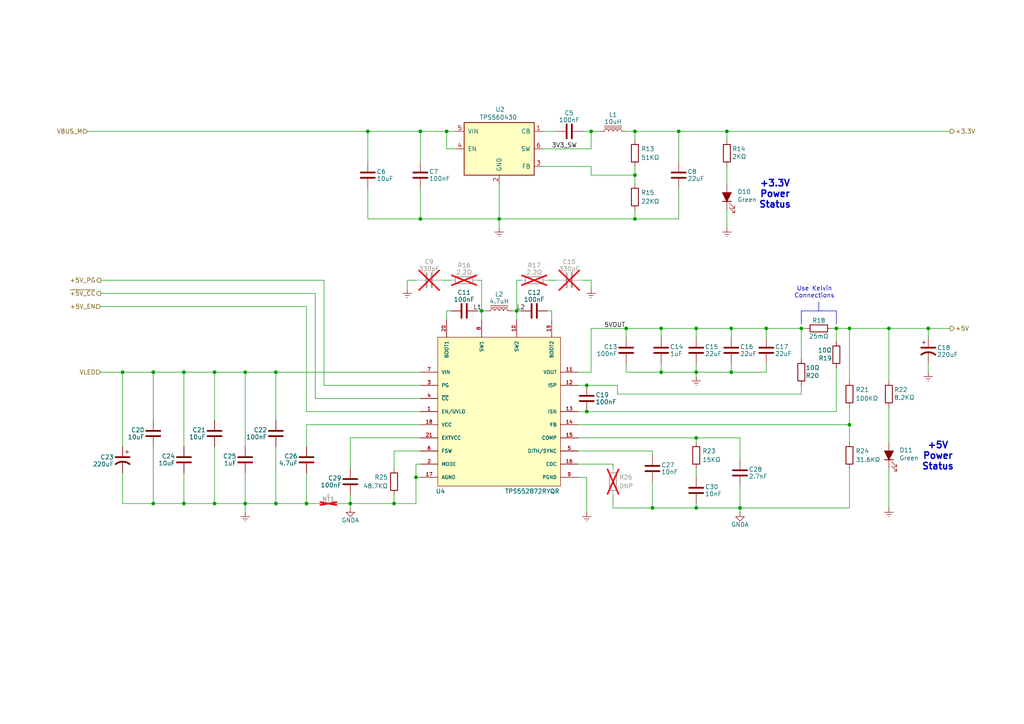
<source format=kicad_sch>
(kicad_sch (version 20250114) (generator "eeschema") (generator_version "9.0")
  (paper "A4")
  (title_block (title "ESPHome Parking Assistant") (date "02/20/2025") (rev "B") (company "Mike Lawrence"))
  (lib_symbols
    (symbol "Device:C" (pin_numbers (hide yes)) (pin_names (offset 0.254))
      (property "Reference" "C" (at 0.635 2.54 0))
      (property "Value" "C" (at 0.635 -2.54 0))
      (symbol "C_0_1"
        (polyline (pts (xy -2.032 0.762) (xy 2.032 0.762)) (stroke (width 0.508)))
        (polyline (pts (xy -2.032 -0.762) (xy 2.032 -0.762)) (stroke (width 0.508)))
      )
      (symbol "C_1_1"
        (pin passive line (at 0 3.81 270) (length 2.794) (name "~") (number "1"))
        (pin passive line (at 0 -3.81 90) (length 2.794) (name "~") (number "2"))
      )
    )
    (symbol "Device:C_Polarized_US" (pin_numbers (hide yes)) (pin_names (offset 0.254) (hide yes))
      (property "Reference" "C" (at 0.635 2.54 0))
      (property "Value" "C_Polarized_US" (at 0.635 -2.54 0))
      (symbol "C_Polarized_US_0_1"
        (polyline (pts (xy -2.032 0.762) (xy 2.032 0.762)) (stroke (width 0.508)))
        (polyline (pts (xy -1.778 2.286) (xy -0.762 2.286)))
        (polyline (pts (xy -1.27 1.778) (xy -1.27 2.794)))
        (arc (start -2.032 -1.27) (mid 0 -0.5572) (end 2.032 -1.27) (stroke (width 0.508)))
      )
      (symbol "C_Polarized_US_1_1"
        (pin passive line (at 0 3.81 270) (length 2.794) (name "~") (number "1"))
        (pin passive line (at 0 -3.81 90) (length 3.302) (name "~") (number "2"))
      )
    )
    (symbol "Device:LED_Filled" (pin_numbers (hide yes)) (pin_names (offset 1.016) (hide yes))
      (property "Reference" "D" (at 0 2.54 0))
      (property "Value" "LED_Filled" (at 0 -2.54 0))
      (symbol "LED_Filled_0_1"
        (polyline (pts (xy -3.048 -0.762) (xy -4.572 -2.286) (xy -3.81 -2.286) (xy -4.572 -2.286) (xy -4.572 -1.524)))
        (polyline (pts (xy -1.778 -0.762) (xy -3.302 -2.286) (xy -2.54 -2.286) (xy -3.302 -2.286) (xy -3.302 -1.524)))
        (polyline (pts (xy -1.27 0) (xy 1.27 0)))
        (polyline (pts (xy -1.27 -1.27) (xy -1.27 1.27)) (stroke (width 0.254)))
        (polyline (pts (xy 1.27 -1.27) (xy 1.27 1.27) (xy -1.27 0) (xy 1.27 -1.27)) (stroke (width 0.254)) (fill (type outline)))
      )
      (symbol "LED_Filled_1_1"
        (pin passive line (at -3.81 0 0) (length 2.54) (name "K") (number "1"))
        (pin passive line (at 3.81 0 180) (length 2.54) (name "A") (number "2"))
      )
    )
    (symbol "Device:L_Iron" (pin_numbers (hide yes)) (pin_names (offset 1.016) (hide yes))
      (property "Reference" "L" (at -1.27 0 90))
      (property "Value" "L_Iron" (at 2.794 0 90))
      (symbol "L_Iron_0_1"
        (arc (start 0 2.54) (mid 0.6323 1.905) (end 0 1.27))
        (arc (start 0 1.27) (mid 0.6323 0.635) (end 0 0))
        (arc (start 0 0) (mid 0.6323 -0.635) (end 0 -1.27))
        (arc (start 0 -1.27) (mid 0.6323 -1.905) (end 0 -2.54))
        (polyline (pts (xy 1.016 2.54) (xy 1.016 -2.54)))
        (polyline (pts (xy 1.524 -2.54) (xy 1.524 2.54)))
      )
      (symbol "L_Iron_1_1"
        (pin passive line (at 0 3.81 270) (length 1.27) (name "1") (number "1"))
        (pin passive line (at 0 -3.81 90) (length 1.27) (name "2") (number "2"))
      )
    )
    (symbol "Device:NetTie_2" (pin_numbers (hide yes)) (pin_names (offset 0) (hide yes)) (in_bom no)
      (property "Reference" "NT" (at 0 1.27 0))
      (property "Value" "NetTie_2" (at 0 -1.27 0))
      (symbol "NetTie_2_0_1"
        (polyline (pts (xy -1.27 0) (xy 1.27 0)) (stroke (width 0.254)))
      )
      (symbol "NetTie_2_1_1"
        (pin passive line (at -2.54 0 0) (length 2.54) (name "1") (number "1"))
        (pin passive line (at 2.54 0 180) (length 2.54) (name "2") (number "2"))
      )
    )
    (symbol "Device:R" (pin_numbers (hide yes)) (pin_names (offset 0))
      (property "Reference" "R" (at 2.032 0 90))
      (property "Value" "R" (at 0 0 90))
      (symbol "R_0_1"
        (rectangle (start -1.016 -2.54) (end 1.016 2.54) (stroke (width 0.254)))
      )
      (symbol "R_1_1"
        (pin passive line (at 0 3.81 270) (length 1.27) (name "~") (number "1"))
        (pin passive line (at 0 -3.81 90) (length 1.27) (name "~") (number "2"))
      )
    )
    (symbol "L_Iron_1" (pin_numbers (hide yes)) (pin_names (offset 1.016) (hide yes))
      (property "Reference" "L1" (at 4.826 0 90))
      (property "Value" "10uH" (at 2.794 0 90))
      (symbol "L_Iron_1_0_1"
        (arc (start 0 2.54) (mid 0.6323 1.905) (end 0 1.27))
        (arc (start 0 1.27) (mid 0.6323 0.635) (end 0 0))
        (arc (start 0 0) (mid 0.6323 -0.635) (end 0 -1.27))
        (arc (start 0 -1.27) (mid 0.6323 -1.905) (end 0 -2.54))
        (polyline (pts (xy 1.016 2.54) (xy 1.016 -2.54)))
        (polyline (pts (xy 1.524 -2.54) (xy 1.524 2.54)))
      )
      (symbol "L_Iron_1_1_1"
        (pin passive line (at 0 3.81 270) (length 1.27) (name "1") (number "1"))
        (pin passive line (at 0 -3.81 90) (length 1.27) (name "2") (number "2"))
      )
    )
    (symbol "TPS552872RYQR:TPS552872" (pin_names (offset 1.016))
      (property "Reference" "U" (at -17.018 -22.86 0))
      (property "Value" "TPS55165QPWPRQ1" (at 17.78 -22.86 0))
      (symbol "TPS552872_0_0"
        (rectangle (start -17.78 22.86) (end 17.78 -20.32) (stroke (width 0.1524)) (fill (type background)))
      )
      (symbol "TPS552872_1_0"
        (pin power_in line (at -22.86 12.7 0) (length 5.08) (name "VIN") (number "7"))
        (pin open_collector line (at -22.86 8.89 0) (length 5.08) (name "PG") (number "3"))
        (pin output line (at -22.86 5.08 0) (length 5.08) (name "~{CC}") (number "4"))
        (pin input line (at -22.86 1.27 0) (length 5.08) (name "EN/UVLO") (number "1"))
        (pin output line (at -22.86 -2.54 0) (length 5.08) (name "VCC") (number "18"))
        (pin power_in line (at -22.86 -6.35 0) (length 5.08) (name "EXTVCC") (number "21"))
        (pin input line (at -22.86 -10.16 0) (length 5.08) (name "FSW") (number "6"))
        (pin input line (at -22.86 -13.97 0) (length 5.08) (name "MODE") (number "2"))
        (pin power_in line (at -22.86 -17.78 0) (length 5.08) (name "AGND") (number "17"))
        (pin output line (at -15.24 27.94 270) (length 5.08) (name "BOOT1") (number "20"))
        (pin power_in line (at -5.08 27.94 270) (length 5.08) (name "SW1") (number "8"))
        (pin power_in line (at 5.08 27.94 270) (length 5.08) (name "SW2") (number "10"))
        (pin output line (at 15.24 27.94 270) (length 5.08) (name "BOOT2") (number "19"))
        (pin power_out line (at 22.86 12.7 180) (length 5.08) (name "VOUT") (number "11"))
        (pin input line (at 22.86 8.89 180) (length 5.08) (name "ISP") (number "12"))
        (pin input line (at 22.86 1.27 180) (length 5.08) (name "ISN") (number "13"))
        (pin input line (at 22.86 -2.54 180) (length 5.08) (name "FB") (number "14"))
        (pin output line (at 22.86 -6.35 180) (length 5.08) (name "COMP") (number "15"))
        (pin input line (at 22.86 -10.16 180) (length 5.08) (name "DITH/SYNC") (number "5"))
        (pin output line (at 22.86 -13.97 180) (length 5.08) (name "CDC") (number "16"))
        (pin power_in line (at 22.86 -17.78 180) (length 5.08) (name "PGND") (number "9"))
      )
    )
    (symbol "TPS560430:TPS560430" (pin_names (offset 1.016))
      (property "Reference" "U" (at -10.16 11.43 0))
      (property "Value" "TPS560430" (at -10.16 8.89 0))
      (symbol "TPS560430_0_1"
        (rectangle (start -10.16 7.62) (end 10.16 -7.62) (stroke (width 0.254)) (fill (type background)))
      )
      (symbol "TPS560430_1_1"
        (pin power_in line (at -12.7 5.08 0) (length 2.54) (name "VIN") (number "5"))
        (pin input line (at -12.7 0 0) (length 2.54) (name "EN") (number "4"))
        (pin power_in line (at 0 -10.16 90) (length 2.54) (name "GND") (number "2"))
        (pin input line (at 12.7 5.08 180) (length 2.54) (name "CB") (number "1"))
        (pin output line (at 12.7 0 180) (length 2.54) (name "SW") (number "6"))
        (pin input line (at 12.7 -5.08 180) (length 2.54) (name "FB") (number "3"))
      )
    )
    (symbol "power-ML:GND" (power) (pin_names (offset 0))
      (symbol "GND_0_1"
        (polyline (pts (xy -0.635 -1.905) (xy 0.635 -1.905)))
        (polyline (pts (xy -0.127 -2.54) (xy 0.127 -2.54)))
        (polyline (pts (xy 0 -1.27) (xy 0 0)))
        (polyline (pts (xy 1.27 -1.27) (xy -1.27 -1.27)))
      )
      (symbol "GND_1_1"
        (pin power_in line (at 0 0 270) (length 0) (hide yes) (name "GND") (number "1"))
      )
    )
    (symbol "power:GNDA" (power) (pin_numbers (hide yes)) (pin_names (offset 0) (hide yes))
      (property "Value" "GNDA" (at 0 -3.81 0))
      (symbol "GNDA_0_1"
        (polyline (pts (xy 0 0) (xy 0 -1.27) (xy 1.27 -1.27) (xy 0 -2.54) (xy -1.27 -1.27) (xy 0 -1.27)))
      )
      (symbol "GNDA_1_1"
        (pin power_in line (at 0 0 270) (length 0) (name "~") (number "1"))
      )
    )
  )
  (text "+5V\nPower\nStatus" (at 272.034 132.334 0) (effects (font (size 1.905 1.905) (thickness 0.381) (bold yes))))
  (text "+3.3V\nPower\nStatus" (at 224.79 56.388 0) (effects (font (size 1.905 1.905) (thickness 0.381) (bold yes))))
  (text "Use Kelvin\nConnections" (at 236.22 84.836 0) (effects (font (size 1.27 1.27))))
  (junction (at 242.57 95.25))
  (junction (at 181.61 95.25))
  (junction (at 189.23 147.32))
  (junction (at 71.12 146.05))
  (junction (at 196.85 38.1))
  (junction (at 44.45 107.95))
  (junction (at 184.15 38.1))
  (junction (at 214.63 147.32))
  (junction (at 212.09 95.25))
  (junction (at 80.01 107.95))
  (junction (at 201.93 95.25))
  (junction (at 184.15 50.8))
  (junction (at 129.54 38.1))
  (junction (at 246.38 123.19))
  (junction (at 170.18 119.38))
  (junction (at 149.86 90.17))
  (junction (at 106.68 38.1))
  (junction (at 71.12 107.95))
  (junction (at 53.34 146.05))
  (junction (at 62.23 107.95))
  (junction (at 201.93 107.95))
  (junction (at 210.82 38.1))
  (junction (at 201.93 147.32))
  (junction (at 88.9 146.05))
  (junction (at 212.09 107.95))
  (junction (at 171.45 38.1))
  (junction (at 269.24 95.25))
  (junction (at 35.56 107.95))
  (junction (at 201.93 127))
  (junction (at 120.65 138.43))
  (junction (at 191.77 95.25))
  (junction (at 101.6 146.05))
  (junction (at 121.92 63.5))
  (junction (at 80.01 146.05))
  (junction (at 53.34 107.95))
  (junction (at 114.3 146.05))
  (junction (at 144.78 63.5))
  (junction (at 222.25 95.25))
  (junction (at 246.38 95.25))
  (junction (at 257.81 95.25))
  (junction (at 170.18 111.76))
  (junction (at 62.23 146.05))
  (junction (at 44.45 146.05))
  (junction (at 121.92 38.1))
  (junction (at 184.15 63.5))
  (junction (at 139.7 90.17))
  (junction (at 232.41 95.25))
  (junction (at 191.77 107.95))
  (wire (pts (xy 121.92 46.99) (xy 121.92 38.1)))
  (wire (pts (xy 121.92 63.5) (xy 144.78 63.5)))
  (wire (pts (xy 242.57 106.68) (xy 242.57 119.38)))
  (wire (pts (xy 139.7 90.17) (xy 140.97 90.17)))
  (wire (pts (xy 120.65 81.28) (xy 118.11 81.28)))
  (wire (pts (xy 201.93 127) (xy 201.93 128.27)))
  (wire (pts (xy 120.65 146.05) (xy 120.65 138.43)))
  (wire (pts (xy 242.57 119.38) (xy 170.18 119.38)))
  (wire (pts (xy 35.56 107.95) (xy 35.56 129.54)))
  (wire (pts (xy 181.61 107.95) (xy 191.77 107.95)))
  (wire (pts (xy 129.54 38.1) (xy 129.54 43.18)))
  (wire (pts (xy 44.45 129.54) (xy 44.45 146.05)))
  (wire (pts (xy 184.15 38.1) (xy 184.15 40.64)))
  (wire (pts (xy 181.61 38.1) (xy 184.15 38.1)))
  (wire (pts (xy 128.27 81.28) (xy 130.81 81.28)))
  (wire (pts (xy 53.34 146.05) (xy 62.23 146.05)))
  (wire (pts (xy 201.93 147.32) (xy 201.93 146.05)))
  (wire (pts (xy 181.61 95.25) (xy 191.77 95.25)))
  (wire (pts (xy 80.01 107.95) (xy 121.92 107.95)))
  (wire (pts (xy 171.45 107.95) (xy 167.64 107.95)))
  (wire (pts (xy 93.98 81.28) (xy 93.98 111.76)))
  (wire (pts (xy 121.92 38.1) (xy 129.54 38.1)))
  (wire (pts (xy 138.43 90.17) (xy 139.7 90.17)))
  (wire (pts (xy 222.25 95.25) (xy 232.41 95.25)))
  (wire (pts (xy 158.75 81.28) (xy 161.29 81.28)))
  (wire (pts (xy 62.23 146.05) (xy 71.12 146.05)))
  (wire (pts (xy 257.81 95.25) (xy 257.81 110.49)))
  (wire (pts (xy 149.86 90.17) (xy 149.86 92.71)))
  (wire (pts (xy 139.7 90.17) (xy 139.7 92.71)))
  (wire (pts (xy 151.13 81.28) (xy 149.86 81.28)))
  (wire (pts (xy 53.34 107.95) (xy 53.34 129.54)))
  (wire (pts (xy 246.38 123.19) (xy 246.38 128.27)))
  (wire (pts (xy 196.85 38.1) (xy 196.85 46.99)))
  (wire (pts (xy 257.81 135.89) (xy 257.81 147.32)))
  (wire (pts (xy 44.45 107.95) (xy 53.34 107.95)))
  (wire (pts (xy 101.6 146.05) (xy 114.3 146.05)))
  (wire (pts (xy 170.18 111.76) (xy 179.07 111.76)))
  (wire (pts (xy 29.21 88.9) (xy 88.9 88.9)))
  (wire (pts (xy 233.68 95.25) (xy 232.41 95.25)))
  (wire (pts (xy 62.23 107.95) (xy 62.23 121.92)))
  (wire (pts (xy 29.21 107.95) (xy 35.56 107.95)))
  (wire (pts (xy 201.93 107.95) (xy 201.93 105.41)))
  (polyline (pts (xy 237.49 87.63) (xy 237.49 90.17)))
  (wire (pts (xy 184.15 63.5) (xy 196.85 63.5)))
  (wire (pts (xy 53.34 137.16) (xy 53.34 146.05)))
  (wire (pts (xy 157.48 43.18) (xy 171.45 43.18)))
  (wire (pts (xy 93.98 111.76) (xy 121.92 111.76)))
  (wire (pts (xy 149.86 90.17) (xy 151.13 90.17)))
  (wire (pts (xy 269.24 95.25) (xy 269.24 97.79)))
  (wire (pts (xy 246.38 147.32) (xy 214.63 147.32)))
  (wire (pts (xy 149.86 81.28) (xy 149.86 90.17)))
  (wire (pts (xy 114.3 143.51) (xy 114.3 146.05)))
  (wire (pts (xy 158.75 90.17) (xy 160.02 90.17)))
  (wire (pts (xy 189.23 147.32) (xy 201.93 147.32)))
  (wire (pts (xy 29.21 81.28) (xy 93.98 81.28)))
  (wire (pts (xy 246.38 135.89) (xy 246.38 147.32)))
  (wire (pts (xy 171.45 50.8) (xy 184.15 50.8)))
  (wire (pts (xy 62.23 107.95) (xy 71.12 107.95)))
  (wire (pts (xy 201.93 95.25) (xy 212.09 95.25)))
  (wire (pts (xy 114.3 146.05) (xy 120.65 146.05)))
  (polyline (pts (xy 237.49 90.17) (xy 232.41 90.17)))
  (wire (pts (xy 129.54 90.17) (xy 129.54 92.71)))
  (wire (pts (xy 214.63 127) (xy 214.63 133.35)))
  (wire (pts (xy 120.65 134.62) (xy 120.65 138.43)))
  (wire (pts (xy 71.12 107.95) (xy 80.01 107.95)))
  (wire (pts (xy 114.3 130.81) (xy 114.3 135.89)))
  (wire (pts (xy 246.38 95.25) (xy 257.81 95.25)))
  (wire (pts (xy 246.38 118.11) (xy 246.38 123.19)))
  (wire (pts (xy 35.56 107.95) (xy 44.45 107.95)))
  (wire (pts (xy 222.25 97.79) (xy 222.25 95.25)))
  (wire (pts (xy 269.24 95.25) (xy 275.59 95.25)))
  (wire (pts (xy 167.64 127) (xy 201.93 127)))
  (wire (pts (xy 167.64 123.19) (xy 246.38 123.19)))
  (wire (pts (xy 97.79 146.05) (xy 101.6 146.05)))
  (wire (pts (xy 179.07 114.3) (xy 232.41 114.3)))
  (wire (pts (xy 201.93 107.95) (xy 201.93 109.22)))
  (wire (pts (xy 210.82 60.96) (xy 210.82 66.04)))
  (wire (pts (xy 210.82 38.1) (xy 210.82 40.64)))
  (wire (pts (xy 101.6 127) (xy 101.6 135.89)))
  (wire (pts (xy 88.9 129.54) (xy 88.9 123.19)))
  (wire (pts (xy 171.45 95.25) (xy 171.45 107.95)))
  (wire (pts (xy 101.6 143.51) (xy 101.6 146.05)))
  (wire (pts (xy 171.45 38.1) (xy 173.99 38.1)))
  (wire (pts (xy 171.45 81.28) (xy 171.45 83.82)))
  (wire (pts (xy 257.81 95.25) (xy 269.24 95.25)))
  (wire (pts (xy 196.85 38.1) (xy 184.15 38.1)))
  (wire (pts (xy 201.93 135.89) (xy 201.93 138.43)))
  (polyline (pts (xy 232.41 90.17) (xy 232.41 93.98)))
  (wire (pts (xy 121.92 134.62) (xy 120.65 134.62)))
  (wire (pts (xy 196.85 38.1) (xy 210.82 38.1)))
  (wire (pts (xy 129.54 43.18) (xy 132.08 43.18)))
  (wire (pts (xy 167.64 119.38) (xy 170.18 119.38)))
  (wire (pts (xy 177.8 147.32) (xy 189.23 147.32)))
  (wire (pts (xy 246.38 95.25) (xy 242.57 95.25)))
  (wire (pts (xy 214.63 140.97) (xy 214.63 147.32)))
  (wire (pts (xy 201.93 95.25) (xy 201.93 97.79)))
  (wire (pts (xy 106.68 38.1) (xy 121.92 38.1)))
  (wire (pts (xy 214.63 147.32) (xy 201.93 147.32)))
  (wire (pts (xy 144.78 66.04) (xy 144.78 63.5)))
  (wire (pts (xy 232.41 111.76) (xy 232.41 114.3)))
  (wire (pts (xy 91.44 115.57) (xy 121.92 115.57)))
  (wire (pts (xy 177.8 143.51) (xy 177.8 147.32)))
  (wire (pts (xy 157.48 38.1) (xy 161.29 38.1)))
  (wire (pts (xy 138.43 81.28) (xy 139.7 81.28)))
  (wire (pts (xy 201.93 127) (xy 214.63 127)))
  (wire (pts (xy 181.61 105.41) (xy 181.61 107.95)))
  (wire (pts (xy 71.12 137.16) (xy 71.12 146.05)))
  (wire (pts (xy 184.15 48.26) (xy 184.15 50.8)))
  (wire (pts (xy 148.59 90.17) (xy 149.86 90.17)))
  (wire (pts (xy 130.81 90.17) (xy 129.54 90.17)))
  (wire (pts (xy 191.77 97.79) (xy 191.77 95.25)))
  (wire (pts (xy 144.78 53.34) (xy 144.78 63.5)))
  (wire (pts (xy 191.77 107.95) (xy 201.93 107.95)))
  (wire (pts (xy 210.82 38.1) (xy 275.59 38.1)))
  (wire (pts (xy 62.23 129.54) (xy 62.23 146.05)))
  (wire (pts (xy 191.77 95.25) (xy 201.93 95.25)))
  (wire (pts (xy 101.6 146.05) (xy 101.6 147.32)))
  (wire (pts (xy 168.91 81.28) (xy 171.45 81.28)))
  (wire (pts (xy 222.25 105.41) (xy 222.25 107.95)))
  (polyline (pts (xy 237.49 90.17) (xy 242.57 90.17)))
  (wire (pts (xy 101.6 127) (xy 121.92 127)))
  (wire (pts (xy 167.64 111.76) (xy 170.18 111.76)))
  (wire (pts (xy 71.12 107.95) (xy 71.12 129.54)))
  (wire (pts (xy 44.45 146.05) (xy 35.56 146.05)))
  (wire (pts (xy 167.64 130.81) (xy 189.23 130.81)))
  (wire (pts (xy 212.09 107.95) (xy 222.25 107.95)))
  (wire (pts (xy 189.23 130.81) (xy 189.23 132.08)))
  (wire (pts (xy 44.45 107.95) (xy 44.45 121.92)))
  (wire (pts (xy 212.09 97.79) (xy 212.09 95.25)))
  (wire (pts (xy 25.4 38.1) (xy 106.68 38.1)))
  (wire (pts (xy 269.24 105.41) (xy 269.24 107.95)))
  (wire (pts (xy 214.63 147.32) (xy 214.63 148.59)))
  (wire (pts (xy 35.56 137.16) (xy 35.56 146.05)))
  (wire (pts (xy 71.12 146.05) (xy 71.12 148.59)))
  (wire (pts (xy 179.07 111.76) (xy 179.07 114.3)))
  (wire (pts (xy 114.3 130.81) (xy 121.92 130.81)))
  (wire (pts (xy 170.18 138.43) (xy 170.18 148.59)))
  (wire (pts (xy 139.7 81.28) (xy 139.7 90.17)))
  (wire (pts (xy 106.68 63.5) (xy 121.92 63.5)))
  (wire (pts (xy 246.38 110.49) (xy 246.38 95.25)))
  (wire (pts (xy 132.08 38.1) (xy 129.54 38.1)))
  (wire (pts (xy 191.77 105.41) (xy 191.77 107.95)))
  (wire (pts (xy 167.64 138.43) (xy 170.18 138.43)))
  (wire (pts (xy 88.9 146.05) (xy 88.9 137.16)))
  (wire (pts (xy 53.34 107.95) (xy 62.23 107.95)))
  (wire (pts (xy 29.21 85.09) (xy 91.44 85.09)))
  (wire (pts (xy 88.9 119.38) (xy 121.92 119.38)))
  (wire (pts (xy 106.68 46.99) (xy 106.68 38.1)))
  (wire (pts (xy 212.09 95.25) (xy 222.25 95.25)))
  (wire (pts (xy 184.15 53.34) (xy 184.15 50.8)))
  (wire (pts (xy 80.01 146.05) (xy 71.12 146.05)))
  (wire (pts (xy 88.9 123.19) (xy 121.92 123.19)))
  (wire (pts (xy 157.48 48.26) (xy 171.45 48.26)))
  (wire (pts (xy 171.45 43.18) (xy 171.45 38.1)))
  (wire (pts (xy 144.78 63.5) (xy 184.15 63.5)))
  (wire (pts (xy 91.44 85.09) (xy 91.44 115.57)))
  (wire (pts (xy 88.9 88.9) (xy 88.9 119.38)))
  (wire (pts (xy 80.01 146.05) (xy 88.9 146.05)))
  (wire (pts (xy 171.45 95.25) (xy 181.61 95.25)))
  (wire (pts (xy 160.02 90.17) (xy 160.02 92.71)))
  (wire (pts (xy 210.82 48.26) (xy 210.82 53.34)))
  (wire (pts (xy 242.57 95.25) (xy 241.3 95.25)))
  (wire (pts (xy 80.01 129.54) (xy 80.01 146.05)))
  (wire (pts (xy 53.34 146.05) (xy 44.45 146.05)))
  (wire (pts (xy 88.9 146.05) (xy 92.71 146.05)))
  (wire (pts (xy 242.57 95.25) (xy 242.57 99.06)))
  (wire (pts (xy 121.92 54.61) (xy 121.92 63.5)))
  (wire (pts (xy 80.01 107.95) (xy 80.01 121.92)))
  (wire (pts (xy 118.11 81.28) (xy 118.11 83.82)))
  (wire (pts (xy 201.93 107.95) (xy 212.09 107.95)))
  (wire (pts (xy 212.09 105.41) (xy 212.09 107.95)))
  (wire (pts (xy 257.81 118.11) (xy 257.81 128.27)))
  (wire (pts (xy 177.8 134.62) (xy 177.8 135.89)))
  (wire (pts (xy 167.64 134.62) (xy 177.8 134.62)))
  (wire (pts (xy 181.61 95.25) (xy 181.61 97.79)))
  (wire (pts (xy 106.68 54.61) (xy 106.68 63.5)))
  (wire (pts (xy 232.41 95.25) (xy 232.41 104.14)))
  (wire (pts (xy 189.23 139.7) (xy 189.23 147.32)))
  (wire (pts (xy 196.85 54.61) (xy 196.85 63.5)))
  (wire (pts (xy 171.45 48.26) (xy 171.45 50.8)))
  (wire (pts (xy 184.15 60.96) (xy 184.15 63.5)))
  (wire (pts (xy 120.65 138.43) (xy 121.92 138.43)))
  (wire (pts (xy 171.45 38.1) (xy 168.91 38.1)))
  (polyline (pts (xy 242.57 90.17) (xy 242.57 93.98)))
  (label "5VOUT" (at 175.26 95.25 0))
  (label "L2" (at 149.86 90.17 0))
  (label "L1" (at 139.7 90.17 180))
  (label "3V3_SW" (at 160.02 43.18 0))
  (hierarchical_label "+5V_PG" (shape output) (at 29.21 81.28 180))
  (hierarchical_label "VLED" (shape input) (at 29.21 107.95 180))
  (hierarchical_label "+5V" (shape output) (at 275.59 95.25 0))
  (hierarchical_label "+5V_EN" (shape input) (at 29.21 88.9 180))
  (hierarchical_label "VBUS_M" (shape input) (at 25.4 38.1 180))
  (hierarchical_label "+3.3V" (shape output) (at 275.59 38.1 0))
  (hierarchical_label "~{+5V_CC}" (shape output) (at 29.21 85.09 180))
  (symbol (lib_id "Device:C") (at 154.94 90.17 90) (unit 1)
    (property "Reference" "C12" (at 154.94 84.836 90))
    (property "Value" "100nF" (at 154.94 86.868 90))
    (property "Footprint" "Capacitor_SMD:C_0402_1005Metric" (effects (hide yes)))
    (property "Description" "Capacitor, 100nF, MLCC, 50V, X7R, 0402" (effects (hide yes)))
    (property "Manufacturer" "Samsung" (effects (hide yes)))
    (property "Part Number" "CL05B104KB54PNC" (effects (hide yes)))
    (property "Package" "0402" (effects (hide yes)))
    (property "Comment" "50V 100nF X7R 10% 0402 MLCC" (effects (hide yes)))
    (property "LCSC" "C307331" (effects (hide yes)))
  )
  (symbol (lib_id "Device:C") (at 101.6 139.7 180) (unit 1)
    (property "Reference" "C29" (at 99.06 138.684 0) (effects (justify left)))
    (property "Value" "100nF" (at 99.06 140.716 0) (effects (justify left)))
    (property "Footprint" "Capacitor_SMD:C_0402_1005Metric" (effects (hide yes)))
    (property "Description" "Capacitor, 100nF, MLCC, 50V, X7R, 0402" (effects (hide yes)))
    (property "Manufacturer" "Samsung" (effects (hide yes)))
    (property "Part Number" "CL05B104KB54PNC" (effects (hide yes)))
    (property "Package" "0402" (effects (hide yes)))
    (property "Comment" "50V 100nF X7R 10% 0402 MLCC" (effects (hide yes)))
    (property "LCSC" "C307331" (effects (hide yes)))
  )
  (symbol (lib_id "Device:R") (at 257.81 114.3 0) (mirror x) (unit 1)
    (property "Reference" "R22" (at 259.334 113.03 0) (effects (justify left)))
    (property "Value" "8.2KΩ" (at 259.334 115.316 0) (effects (justify left)))
    (property "Footprint" "Resistor_SMD:R_0402_1005Metric" (effects (hide yes)))
    (property "Description" "Resistor, 8.2KΩ, 62.5mW, 1%, 0402" (effects (hide yes)))
    (property "Package" "0402" (effects (hide yes)))
    (property "Comment" "8.2K Resistor" (effects (hide yes)))
    (property "LCSC" "C36953" (effects (hide yes)))
  )
  (symbol (lib_id "Device:R") (at 246.38 132.08 0) (mirror x) (unit 1)
    (property "Reference" "R24" (at 248.158 130.81 0) (effects (justify left)))
    (property "Value" "31.6KΩ" (at 248.158 133.35 0) (effects (justify left)))
    (property "Footprint" "Resistor_SMD:R_0402_1005Metric" (effects (hide yes)))
    (property "Description" "Resistor, 31.6KΩ, 62.5mW, 1%, 0402" (effects (hide yes)))
    (property "Package" "0402" (effects (hide yes)))
    (property "Comment" "31.6K Resistor" (effects (hide yes)))
    (property "LCSC" "C226989" (effects (hide yes)))
  )
  (symbol (lib_id "Device:R") (at 134.62 81.28 270) (mirror x) (unit 1) (dnp yes)
    (property "Reference" "R16" (at 134.62 76.962 90))
    (property "Value" "2.2Ω" (at 134.62 78.994 90))
    (property "Footprint" "Resistor_SMD:R_1206_3216Metric" (effects (hide yes)))
    (property "Description" "Resistor, 2.2Ω, 250mW, 5%, 1206" (effects (hide yes)))
    (property "Package" "1206" (effects (hide yes)))
    (property "Comment" "2R2 Resistor" (effects (hide yes)))
    (property "LCSC" "C104742" (effects (hide yes)))
  )
  (symbol (lib_id "Device:C") (at 201.93 142.24 0) (mirror x) (unit 1)
    (property "Reference" "C30" (at 204.47 141.224 0) (effects (justify left)))
    (property "Value" "10nF" (at 204.47 143.256 0) (effects (justify left)))
    (property "Footprint" "Capacitor_SMD:C_0402_1005Metric" (effects (hide yes)))
    (property "Description" "Capacitor, 10nF, MLCC, 50V, X7R, 10%, 0402" (effects (hide yes)))
    (property "Manufacturer" "Samsung" (effects (hide yes)))
    (property "Part Number" "CL05B103KB5NNNC" (effects (hide yes)))
    (property "Package" "0402" (effects (hide yes)))
    (property "Comment" "50V 10nF X7R 10% 0402 MLCC" (effects (hide yes)))
    (property "LCSC" "C15195" (effects (hide yes)))
  )
  (symbol (lib_id "Device:C") (at 106.68 50.8 0) (unit 1)
    (property "Reference" "C6" (at 109.22 49.784 0) (effects (justify left)))
    (property "Value" "10uF" (at 109.22 51.816 0) (effects (justify left)))
    (property "Footprint" "Capacitor_SMD:C_1206_3216Metric" (effects (hide yes)))
    (property "Description" "Capacitor, 10uF, MLCC, 50V, X5R, 10%, 1206" (effects (hide yes)))
    (property "Manufacturer" "Samsung" (effects (hide yes)))
    (property "Part Number" "CL31A106KBHNNNE" (effects (hide yes)))
    (property "Package" "1206" (effects (hide yes)))
    (property "Comment" "50V 10uF X5R 10% 1206 MLCC" (effects (hide yes)))
    (property "ESR" "4.8mΩ" (effects (hide yes)))
    (property "LCSC" "C13585" (effects (hide yes)))
  )
  (symbol (lib_id "power-ML:GND") (at 144.78 66.04 0) (unit 1)
    (property "Reference" "#PWR023" (effects (hide yes)))
    (property "Value" "GND" (effects (hide yes)))
  )
  (symbol (lib_id "power-ML:GND") (at 71.12 148.59 0) (unit 1)
    (property "Reference" "#PWR031" (effects (hide yes)))
    (property "Value" "GND" (effects (hide yes)))
  )
  (symbol (lib_id "Device:C") (at 181.61 101.6 180) (unit 1)
    (property "Reference" "C13" (at 179.07 100.584 0) (effects (justify left)))
    (property "Value" "100nF" (at 179.07 102.616 0) (effects (justify left)))
    (property "Footprint" "Capacitor_SMD:C_0402_1005Metric" (effects (hide yes)))
    (property "Description" "Capacitor, 100nF, MLCC, 50V, X7R, 0402" (effects (hide yes)))
    (property "Manufacturer" "Samsung" (effects (hide yes)))
    (property "Part Number" "CL05B104KB54PNC" (effects (hide yes)))
    (property "Package" "0402" (effects (hide yes)))
    (property "Comment" "50V 100nF X7R 10% 0402 MLCC" (effects (hide yes)))
    (property "LCSC" "C307331" (effects (hide yes)))
  )
  (symbol (lib_id "power-ML:GND") (at 171.45 83.82 0) (unit 1)
    (property "Reference" "#PWR026" (effects (hide yes)))
    (property "Value" "GND" (effects (hide yes)))
  )
  (symbol (lib_name "L_Iron_1") (lib_id "Device:L_Iron") (at 177.8 38.1 90) (unit 1)
    (property "Reference" "L1" (at 177.8 33.274 90))
    (property "Value" "10uH" (at 177.8 35.306 90))
    (property "Footprint" "VLCF4028T-100M1R0-2:IND_VLCF4028T-100M1R0-2" (effects (hide yes)))
    (property "Datasheet" "https://product.tdk.com/en/search/inductor/inductor/smd/info?part_no=VLCF4028T-100M1R0-2" (effects (hide yes)))
    (property "Description" "Inductor, 10uH, 1.06A, 20%, 4x4mm" (effects (hide yes)))
    (property "Part Number" "VLCF4028T-100M1R0-2" (effects (hide yes)))
    (property "Manufacturer" "TDK" (effects (hide yes)))
    (property "Package" "SMD,4x4mm" (effects (hide yes)))
    (property "Comment" "VLCF4028T-100M1R0-2" (effects (hide yes)))
    (property "LCSC" "C694593" (effects (hide yes)))
  )
  (symbol (lib_id "power-ML:GND") (at 269.24 107.95 0) (unit 1)
    (property "Reference" "#PWR027" (effects (hide yes)))
    (property "Value" "GND" (effects (hide yes)))
  )
  (symbol (lib_id "Device:R") (at 246.38 114.3 0) (unit 1)
    (property "Reference" "R21" (at 248.158 113.03 0) (effects (justify left)))
    (property "Value" "100KΩ" (at 248.158 115.57 0) (effects (justify left)))
    (property "Footprint" "Resistor_SMD:R_0402_1005Metric" (effects (hide yes)))
    (property "Description" "Resistor, 100KΩ, 62.5mW, 1%, 0402" (effects (hide yes)))
    (property "Package" "0402" (effects (hide yes)))
    (property "Comment" "100K Resistor" (effects (hide yes)))
    (property "LCSC" "C25741" (effects (hide yes)))
  )
  (symbol (lib_id "Device:R") (at 232.41 107.95 0) (mirror x) (unit 1)
    (property "Reference" "R20" (at 233.68 108.966 0) (effects (justify left)))
    (property "Value" "10Ω" (at 233.68 106.68 0) (effects (justify left)))
    (property "Footprint" "Resistor_SMD:R_0402_1005Metric" (effects (hide yes)))
    (property "Description" "Resistor, 10Ω, 62.5mW, 1%, 0402" (effects (hide yes)))
    (property "Package" "0402" (effects (hide yes)))
    (property "Comment" "10R Resistor" (effects (hide yes)))
    (property "LCSC" "C25077" (effects (hide yes)))
  )
  (symbol (lib_id "Device:C") (at 44.45 125.73 0) (mirror y) (unit 1)
    (property "Reference" "C20" (at 41.91 124.714 0) (effects (justify left)))
    (property "Value" "10uF" (at 41.91 126.746 0) (effects (justify left)))
    (property "Footprint" "Capacitor_SMD:C_1206_3216Metric" (effects (hide yes)))
    (property "Description" "Capacitor, 10uF, MLCC, 50V, X5R, 10%, 1206" (effects (hide yes)))
    (property "Manufacturer" "Samsung" (effects (hide yes)))
    (property "Part Number" "CL31A106KBHNNNE" (effects (hide yes)))
    (property "Package" "1206" (effects (hide yes)))
    (property "Comment" "50V 10uF X5R 10% 1206 MLCC" (effects (hide yes)))
    (property "ESR" "4.8mΩ" (effects (hide yes)))
    (property "LCSC" "C13585" (effects (hide yes)))
  )
  (symbol (lib_id "Device:C") (at 134.62 90.17 90) (unit 1)
    (property "Reference" "C11" (at 134.62 84.836 90))
    (property "Value" "100nF" (at 134.62 86.868 90))
    (property "Footprint" "Capacitor_SMD:C_0402_1005Metric" (effects (hide yes)))
    (property "Description" "Capacitor, 100nF, MLCC, 50V, X7R, 0402" (effects (hide yes)))
    (property "Manufacturer" "Samsung" (effects (hide yes)))
    (property "Part Number" "CL05B104KB54PNC" (effects (hide yes)))
    (property "Package" "0402" (effects (hide yes)))
    (property "Comment" "50V 100nF X7R 10% 0402 MLCC" (effects (hide yes)))
    (property "LCSC" "C307331" (effects (hide yes)))
  )
  (symbol (lib_id "Device:C") (at 222.25 101.6 0) (mirror x) (unit 1)
    (property "Reference" "C17" (at 224.79 100.584 0) (effects (justify left)))
    (property "Value" "22uF" (at 224.79 102.616 0) (effects (justify left)))
    (property "Footprint" "Capacitor_SMD:C_0805_2012Metric" (effects (hide yes)))
    (property "Description" "Capacitor, 22uF, MLCC, 10V, X5R, 20%, 0805" (effects (hide yes)))
    (property "Package" "0805" (effects (hide yes)))
    (property "Comment" "10V 22uF X5R 20% 0805 MLCC" (effects (hide yes)))
    (property "Manufacturer" "Taio Yuden" (effects (hide yes)))
    (property "Part Number" "LMK212BJ226MG-T" (effects (hide yes)))
    (property "ESR" "5.6mΩ" (effects (hide yes)))
    (property "LCSC" "C92814" (effects (hide yes)))
  )
  (symbol (lib_id "Device:R") (at 210.82 44.45 0) (mirror x) (unit 1)
    (property "Reference" "R14" (at 212.344 43.18 0) (effects (justify left)))
    (property "Value" "2KΩ" (at 212.344 45.466 0) (effects (justify left)))
    (property "Footprint" "Resistor_SMD:R_0402_1005Metric" (effects (hide yes)))
    (property "Description" "Resistor, 2KΩ, 62.5mW, 1%, 0402" (effects (hide yes)))
    (property "Package" "0402" (effects (hide yes)))
    (property "Comment" "2K Resistor" (effects (hide yes)))
    (property "LCSC" "C4109" (effects (hide yes)))
  )
  (symbol (lib_id "Device:C") (at 165.1 81.28 90) (unit 1) (dnp yes)
    (property "Reference" "C10" (at 165.1 75.946 90))
    (property "Value" "330pF" (at 165.1 77.978 90))
    (property "Footprint" "Capacitor_SMD:C_1206_3216Metric" (effects (hide yes)))
    (property "Description" "Capacitor, 330pF, MLCC, 50V, X7R, 1206" (effects (hide yes)))
    (property "Manufacturer" "Samsung" (effects (hide yes)))
    (property "Part Number" "CC1206JRNPO9BN331" (effects (hide yes)))
    (property "Package" "1206" (effects (hide yes)))
    (property "Comment" "50V 330pF NP0 2% 1206 MLCC" (effects (hide yes)))
    (property "LCSC" "C541477" (effects (hide yes)))
  )
  (symbol (lib_id "Device:C") (at 80.01 125.73 180) (unit 1)
    (property "Reference" "C22" (at 77.47 124.714 0) (effects (justify left)))
    (property "Value" "100nF" (at 77.47 126.746 0) (effects (justify left)))
    (property "Footprint" "Capacitor_SMD:C_0402_1005Metric" (effects (hide yes)))
    (property "Description" "Capacitor, 100nF, MLCC, 50V, X7R, 0402" (effects (hide yes)))
    (property "Manufacturer" "Samsung" (effects (hide yes)))
    (property "Part Number" "CL05B104KB54PNC" (effects (hide yes)))
    (property "Package" "0402" (effects (hide yes)))
    (property "Comment" "50V 100nF X7R 10% 0402 MLCC" (effects (hide yes)))
    (property "LCSC" "C307331" (effects (hide yes)))
  )
  (symbol (lib_id "Device:R") (at 242.57 102.87 180) (unit 1)
    (property "Reference" "R19" (at 241.3 103.886 0) (effects (justify left)))
    (property "Value" "10Ω" (at 241.3 101.6 0) (effects (justify left)))
    (property "Footprint" "Resistor_SMD:R_0402_1005Metric" (effects (hide yes)))
    (property "Description" "Resistor, 10Ω, 62.5mW, 1%, 0402" (effects (hide yes)))
    (property "Package" "0402" (effects (hide yes)))
    (property "Comment" "10R Resistor" (effects (hide yes)))
    (property "LCSC" "C25077" (effects (hide yes)))
  )
  (symbol (lib_id "power:GNDA") (at 101.6 147.32 0) (unit 1)
    (property "Reference" "#PWR029" (effects (hide yes)))
    (property "Value" "GNDA" (at 101.6 150.876 0))
    (property "Description" "Power symbol creates a global label with name \"GNDA\" , analog ground" (effects (hide yes)))
  )
  (symbol (lib_id "Device:R") (at 201.93 132.08 0) (unit 1)
    (property "Reference" "R23" (at 203.708 130.81 0) (effects (justify left)))
    (property "Value" "15KΩ" (at 203.708 133.35 0) (effects (justify left)))
    (property "Footprint" "Resistor_SMD:R_0402_1005Metric" (effects (hide yes)))
    (property "Description" "Resistor, 15KΩ, 62.5mW, 1%, 0402" (effects (hide yes)))
    (property "Package" "0402" (effects (hide yes)))
    (property "Comment" "15K Resistor" (effects (hide yes)))
    (property "LCSC" "C25539" (effects (hide yes)))
  )
  (symbol (lib_id "Device:LED_Filled") (at 257.81 132.08 90) (unit 1)
    (property "Reference" "D11" (at 260.858 130.556 90) (effects (justify right)))
    (property "Value" "Green" (at 260.858 132.842 90) (effects (justify right)))
    (property "Footprint" "LED_SMD:LED_0603_1608Metric" (effects (hide yes)))
    (property "Description" "LED, Green, 0603" (effects (hide yes)))
    (property "Part Number" "F.0603.00025/P2-0603G1TS2-06T-002" (effects (hide yes)))
    (property "Package" "0603" (effects (hide yes)))
    (property "Comment" "LED, Green, 0603" (effects (hide yes)))
    (property "Manufacturer" "Tuozhan" (effects (hide yes)))
    (property "LCSC" "C7496818" (effects (hide yes)))
  )
  (symbol (lib_id "Device:L_Iron") (at 144.78 90.17 90) (unit 1)
    (property "Reference" "L2" (at 144.78 85.344 90))
    (property "Value" "4.7uH" (at 144.78 87.376 90))
    (property "Footprint" "Inductor_SMD:L_Vishay_IHLP-2020" (effects (hide yes)))
    (property "Datasheet" "https://www.vishay.com/docs/34260/ihlp2020cz11.pdf" (effects (hide yes)))
    (property "Description" "Inductor, 4.7uH, 3.7A, 20%, 60mOhm, 5.2x5.2mm" (effects (hide yes)))
    (property "Part Number" "IHLP2020CZER4R7M11" (effects (hide yes)))
    (property "Manufacturer" "Vishay-Dale" (effects (hide yes)))
    (property "Package" "SMD, 5.2x5.2mm" (effects (hide yes)))
    (property "Comment" "IHLP2020CZER4R7M11" (effects (hide yes)))
    (property "LCSC" "C845007 " (effects (hide yes)))
  )
  (symbol (lib_id "Device:C") (at 124.46 81.28 90) (unit 1) (dnp yes)
    (property "Reference" "C9" (at 124.46 75.946 90))
    (property "Value" "330pF" (at 124.46 77.978 90))
    (property "Footprint" "Capacitor_SMD:C_1206_3216Metric" (effects (hide yes)))
    (property "Description" "Capacitor, 330pF, MLCC, 50V, X7R, 1206" (effects (hide yes)))
    (property "Manufacturer" "Samsung" (effects (hide yes)))
    (property "Part Number" "CC1206JRNPO9BN331" (effects (hide yes)))
    (property "Package" "1206" (effects (hide yes)))
    (property "Comment" "50V 330pF NP0 2% 1206 MLCC" (effects (hide yes)))
    (property "LCSC" "C541477" (effects (hide yes)))
  )
  (symbol (lib_id "Device:C") (at 71.12 133.35 0) (unit 1)
    (property "Reference" "C25" (at 68.58 132.334 0) (effects (justify right)))
    (property "Value" "1uF" (at 68.58 134.366 0) (effects (justify right)))
    (property "Footprint" "Capacitor_SMD:C_0603_1608Metric" (effects (hide yes)))
    (property "Description" "Capacitor, 1uF, MLCC, 50V, X5R, 10%, 0603" (effects (hide yes)))
    (property "Package" "0603" (effects (hide yes)))
    (property "Comment" "50V 1uF X5R 10% 0603 MLCC" (effects (hide yes)))
    (property "Manufacturer" "Samsung" (effects (hide yes)))
    (property "Part Number" "CL10A105KB8NNNC" (effects (hide yes)))
    (property "ESR" "11mΩ" (effects (hide yes)))
    (property "LCSC" "C15849" (effects (hide yes)))
  )
  (symbol (lib_id "Device:R") (at 177.8 139.7 0) (unit 1) (dnp yes)
    (property "Reference" "R26" (at 179.578 138.43 0) (effects (justify left)))
    (property "Value" "DNP" (at 179.578 140.97 0) (effects (justify left)))
    (property "Footprint" "Resistor_SMD:R_0402_1005Metric" (effects (hide yes)))
    (property "Description" "Resistor, Do Not Populate, 0402" (effects (hide yes)))
    (property "Package" "0402" (effects (hide yes)))
  )
  (symbol (lib_id "Device:C") (at 170.18 115.57 0) (mirror x) (unit 1)
    (property "Reference" "C19" (at 172.72 114.554 0) (effects (justify left)))
    (property "Value" "100nF" (at 172.72 116.586 0) (effects (justify left)))
    (property "Footprint" "Capacitor_SMD:C_0402_1005Metric" (effects (hide yes)))
    (property "Description" "Capacitor, 100nF, MLCC, 50V, X7R, 0402" (effects (hide yes)))
    (property "Manufacturer" "Samsung" (effects (hide yes)))
    (property "Part Number" "CL05B104KB54PNC" (effects (hide yes)))
    (property "Package" "0402" (effects (hide yes)))
    (property "Comment" "50V 100nF X7R 10% 0402 MLCC" (effects (hide yes)))
    (property "LCSC" "C307331" (effects (hide yes)))
  )
  (symbol (lib_id "power-ML:GND") (at 170.18 148.59 0) (unit 1)
    (property "Reference" "#PWR032" (effects (hide yes)))
    (property "Value" "GND" (effects (hide yes)))
  )
  (symbol (lib_id "Device:C") (at 212.09 101.6 0) (mirror x) (unit 1)
    (property "Reference" "C16" (at 214.63 100.584 0) (effects (justify left)))
    (property "Value" "22uF" (at 214.63 102.616 0) (effects (justify left)))
    (property "Footprint" "Capacitor_SMD:C_0805_2012Metric" (effects (hide yes)))
    (property "Description" "Capacitor, 22uF, MLCC, 10V, X5R, 20%, 0805" (effects (hide yes)))
    (property "Package" "0805" (effects (hide yes)))
    (property "Comment" "10V 22uF X5R 20% 0805 MLCC" (effects (hide yes)))
    (property "Manufacturer" "Taio Yuden" (effects (hide yes)))
    (property "Part Number" "LMK212BJ226MG-T" (effects (hide yes)))
    (property "ESR" "5.6mΩ" (effects (hide yes)))
    (property "LCSC" "C92814" (effects (hide yes)))
  )
  (symbol (lib_id "Device:NetTie_2") (at 95.25 146.05 0) (unit 1) (in_bom no) (dnp yes)
    (property "Reference" "NT1" (at 95.25 144.78 0))
    (property "Value" "~" (at 95.25 143.51 0))
    (property "Footprint" "NetTie:NetTie-2_SMD_Pad0.5mm" (effects (hide yes)))
    (property "Description" "Net tie, 2 pins" (effects (hide yes)))
    (property "Comment" "Net Tie" (effects (hide yes)))
  )
  (symbol (lib_id "Device:R") (at 184.15 44.45 0) (unit 1)
    (property "Reference" "R13" (at 185.928 43.18 0) (effects (justify left)))
    (property "Value" "51KΩ" (at 185.928 45.72 0) (effects (justify left)))
    (property "Footprint" "Resistor_SMD:R_0402_1005Metric" (effects (hide yes)))
    (property "Description" "Resistor, 51KΩ, 62.5mW, 1%, 0402" (effects (hide yes)))
    (property "Package" "0402" (effects (hide yes)))
    (property "Comment" "51K Resistor" (effects (hide yes)))
    (property "LCSC" "C25794" (effects (hide yes)))
  )
  (symbol (lib_id "Device:R") (at 114.3 139.7 0) (mirror y) (unit 1)
    (property "Reference" "R25" (at 112.522 138.43 0) (effects (justify left)))
    (property "Value" "48.7KΩ" (at 112.522 140.97 0) (effects (justify left)))
    (property "Footprint" "Resistor_SMD:R_0402_1005Metric" (effects (hide yes)))
    (property "Description" "Resistor, 48.7KΩ, 62.5mW, 1%, 0402" (effects (hide yes)))
    (property "Package" "0402" (effects (hide yes)))
    (property "Comment" "48.7K Resistor" (effects (hide yes)))
    (property "LCSC" "C26981" (effects (hide yes)))
  )
  (symbol (lib_id "Device:C") (at 121.92 50.8 0) (mirror x) (unit 1)
    (property "Reference" "C7" (at 124.46 49.784 0) (effects (justify left)))
    (property "Value" "100nF" (at 124.46 51.816 0) (effects (justify left)))
    (property "Footprint" "Capacitor_SMD:C_0402_1005Metric" (effects (hide yes)))
    (property "Description" "Capacitor, 100nF, MLCC, 50V, X7R, 0402" (effects (hide yes)))
    (property "Manufacturer" "Samsung" (effects (hide yes)))
    (property "Part Number" "CL05B104KB54PNC" (effects (hide yes)))
    (property "Package" "0402" (effects (hide yes)))
    (property "Comment" "50V 100nF X7R 10% 0402 MLCC" (effects (hide yes)))
    (property "LCSC" "C307331" (effects (hide yes)))
  )
  (symbol (lib_id "Device:R") (at 154.94 81.28 270) (mirror x) (unit 1) (dnp yes)
    (property "Reference" "R17" (at 154.94 76.962 90))
    (property "Value" "2.2Ω" (at 154.94 78.994 90))
    (property "Footprint" "Resistor_SMD:R_1206_3216Metric" (effects (hide yes)))
    (property "Description" "Resistor, 2.2Ω, 250mW, 5%, 1206" (effects (hide yes)))
    (property "Package" "1206" (effects (hide yes)))
    (property "Comment" "2R2 Resistor" (effects (hide yes)))
    (property "LCSC" "C104742" (effects (hide yes)))
  )
  (symbol (lib_id "Device:C") (at 53.34 133.35 0) (mirror y) (unit 1)
    (property "Reference" "C24" (at 50.8 132.334 0) (effects (justify left)))
    (property "Value" "10uF" (at 50.8 134.366 0) (effects (justify left)))
    (property "Footprint" "Capacitor_SMD:C_1206_3216Metric" (effects (hide yes)))
    (property "Description" "Capacitor, 10uF, MLCC, 50V, X5R, 10%, 1206" (effects (hide yes)))
    (property "Manufacturer" "Samsung" (effects (hide yes)))
    (property "Part Number" "CL31A106KBHNNNE" (effects (hide yes)))
    (property "Package" "1206" (effects (hide yes)))
    (property "Comment" "50V 10uF X5R 10% 1206 MLCC" (effects (hide yes)))
    (property "ESR" "4.8mΩ" (effects (hide yes)))
    (property "LCSC" "C13585" (effects (hide yes)))
  )
  (symbol (lib_id "Device:C") (at 189.23 135.89 0) (mirror x) (unit 1)
    (property "Reference" "C27" (at 191.77 134.874 0) (effects (justify left)))
    (property "Value" "10nF" (at 191.77 136.906 0) (effects (justify left)))
    (property "Footprint" "Capacitor_SMD:C_0402_1005Metric" (effects (hide yes)))
    (property "Description" "Capacitor, 10nF, MLCC, 50V, X7R, 10%, 0402" (effects (hide yes)))
    (property "Manufacturer" "Samsung" (effects (hide yes)))
    (property "Part Number" "CL05B103KB5NNNC" (effects (hide yes)))
    (property "Package" "0402" (effects (hide yes)))
    (property "Comment" "50V 10nF X7R 10% 0402 MLCC" (effects (hide yes)))
    (property "LCSC" "C15195" (effects (hide yes)))
  )
  (symbol (lib_id "TPS552872RYQR:TPS552872") (at 144.78 120.65 0) (unit 1)
    (property "Reference" "U4" (at 127.762 142.494 0))
    (property "Value" "TPS552872RYQR" (at 162.306 142.494 0) (effects (justify right)))
    (property "Footprint" "TPS552872RYQR:VQFN21_RYQ_TEX" (effects (hide yes)))
    (property "Datasheet" "https://www.ti.com/lit/gpn/tps552872" (effects (hide yes)))
    (property "Description" "IC, 36-V, 4-A, Fully Integrated Buck-boost Converter" (effects (hide yes)))
    (property "Manufacturer" "Texas Instruments" (effects (hide yes)))
    (property "Package" "VQFN-HR, 3x5mm" (effects (hide yes)))
    (property "Comment" "TPS552872QWRYQRQ1" (effects (hide yes)))
    (property "Part Number" "TPS552872RYQR" (effects (hide yes)))
    (property "LCSC" "C22397842" (effects (hide yes)))
  )
  (symbol (lib_id "power-ML:GND") (at 118.11 83.82 0) (unit 1)
    (property "Reference" "#PWR025" (effects (hide yes)))
    (property "Value" "GND" (effects (hide yes)))
  )
  (symbol (lib_id "Device:C") (at 201.93 101.6 0) (mirror x) (unit 1)
    (property "Reference" "C15" (at 204.47 100.584 0) (effects (justify left)))
    (property "Value" "22uF" (at 204.47 102.616 0) (effects (justify left)))
    (property "Footprint" "Capacitor_SMD:C_0805_2012Metric" (effects (hide yes)))
    (property "Description" "Capacitor, 22uF, MLCC, 10V, X5R, 20%, 0805" (effects (hide yes)))
    (property "Package" "0805" (effects (hide yes)))
    (property "Comment" "10V 22uF X5R 20% 0805 MLCC" (effects (hide yes)))
    (property "Manufacturer" "Taio Yuden" (effects (hide yes)))
    (property "Part Number" "LMK212BJ226MG-T" (effects (hide yes)))
    (property "ESR" "5.6mΩ" (effects (hide yes)))
    (property "LCSC" "C92814" (effects (hide yes)))
  )
  (symbol (lib_id "Device:LED_Filled") (at 210.82 57.15 90) (unit 1)
    (property "Reference" "D10" (at 213.868 55.626 90) (effects (justify right)))
    (property "Value" "Green" (at 213.868 57.912 90) (effects (justify right)))
    (property "Footprint" "LED_SMD:LED_0603_1608Metric" (effects (hide yes)))
    (property "Description" "LED, Green, 0603" (effects (hide yes)))
    (property "Part Number" "F.0603.00025/P2-0603G1TS2-06T-002" (effects (hide yes)))
    (property "Package" "0603" (effects (hide yes)))
    (property "Comment" "LED, Green, 0603" (effects (hide yes)))
    (property "Manufacturer" "Tuozhan" (effects (hide yes)))
    (property "LCSC" "C7496818" (effects (hide yes)))
  )
  (symbol (lib_id "Device:C") (at 62.23 125.73 0) (mirror y) (unit 1)
    (property "Reference" "C21" (at 59.69 124.714 0) (effects (justify left)))
    (property "Value" "10uF" (at 59.69 126.746 0) (effects (justify left)))
    (property "Footprint" "Capacitor_SMD:C_1206_3216Metric" (effects (hide yes)))
    (property "Description" "Capacitor, 10uF, MLCC, 50V, X5R, 10%, 1206" (effects (hide yes)))
    (property "Manufacturer" "Samsung" (effects (hide yes)))
    (property "Part Number" "CL31A106KBHNNNE" (effects (hide yes)))
    (property "Package" "1206" (effects (hide yes)))
    (property "Comment" "50V 10uF X5R 10% 1206 MLCC" (effects (hide yes)))
    (property "ESR" "4.8mΩ" (effects (hide yes)))
    (property "LCSC" "C13585" (effects (hide yes)))
  )
  (symbol (lib_id "Device:R") (at 237.49 95.25 90) (mirror x) (unit 1)
    (property "Reference" "R18" (at 237.49 92.964 90))
    (property "Value" "25mΩ" (at 237.49 97.536 90))
    (property "Footprint" "Resistor_SMD:R_0805_2012Metric" (effects (hide yes)))
    (property "Description" "Resistor, 25mΩ, 250mW, 1%, 0805" (effects (hide yes)))
    (property "Package" "0805" (effects (hide yes)))
    (property "Comment" "R025 Resistor" (effects (hide yes)))
    (property "LCSC" "C2767472" (effects (hide yes)))
  )
  (symbol (lib_id "Device:C_Polarized_US") (at 269.24 101.6 0) (unit 1)
    (property "Reference" "C18" (at 271.78 100.838 0) (effects (justify left)))
    (property "Value" "220uF" (at 271.78 102.87 0) (effects (justify left)))
    (property "Footprint" "Capacitor_SMD:CP_Elec_8x10.5" (effects (hide yes)))
    (property "Description" "Capacitor, 220uF, Electrolytic, 35V, 20%, 160mΩ, SMD D8XL10.5mm" (effects (hide yes)))
    (property "Comment" "35V 220uF 20% D8xL10.5 Electrolytic Cap" (effects (hide yes)))
    (property "Package" "SMD, D8xL10.5mm" (effects (hide yes)))
    (property "Manufacturer" "Panasonic" (effects (hide yes)))
    (property "Part Number" "EEEFK1V221P" (effects (hide yes)))
    (property "ESR" "160mΩ" (effects (hide yes)))
    (property "LCSC" "C178562" (effects (hide yes)))
    (property "FT Rotation Offset" "180" (effects (hide yes)))
  )
  (symbol (lib_id "Device:C") (at 165.1 38.1 90) (unit 1)
    (property "Reference" "C5" (at 165.1 32.766 90))
    (property "Value" "100nF" (at 165.1 34.798 90))
    (property "Footprint" "Capacitor_SMD:C_0402_1005Metric" (effects (hide yes)))
    (property "Description" "Capacitor, 100nF, MLCC, 50V, X7R, 0402" (effects (hide yes)))
    (property "Manufacturer" "Samsung" (effects (hide yes)))
    (property "Part Number" "CL05B104KB54PNC" (effects (hide yes)))
    (property "Package" "0402" (effects (hide yes)))
    (property "Comment" "50V 100nF X7R 10% 0402 MLCC" (effects (hide yes)))
    (property "LCSC" "C307331" (effects (hide yes)))
  )
  (symbol (lib_id "power-ML:GND") (at 201.93 109.22 0) (unit 1)
    (property "Reference" "#PWR028" (effects (hide yes)))
    (property "Value" "GND" (effects (hide yes)))
  )
  (symbol (lib_id "Device:C") (at 196.85 50.8 0) (mirror x) (unit 1)
    (property "Reference" "C8" (at 199.39 49.784 0) (effects (justify left)))
    (property "Value" "22uF" (at 199.39 51.816 0) (effects (justify left)))
    (property "Footprint" "Capacitor_SMD:C_0805_2012Metric" (effects (hide yes)))
    (property "Description" "Capacitor, 22uF, MLCC, 10V, X5R, 20%, 0805" (effects (hide yes)))
    (property "Manufacturer" "Taio Yuden" (effects (hide yes)))
    (property "Part Number" "LMK212BJ226MG-T" (effects (hide yes)))
    (property "Package" "0805" (effects (hide yes)))
    (property "Comment" "10V 22uF X5R 20% 0805 MLCC" (effects (hide yes)))
    (property "ESR" "5.6mΩ" (effects (hide yes)))
    (property "LCSC" "C92814" (effects (hide yes)))
  )
  (symbol (lib_id "power-ML:GND") (at 257.81 147.32 0) (unit 1)
    (property "Reference" "#PWR030" (effects (hide yes)))
    (property "Value" "GND" (effects (hide yes)))
  )
  (symbol (lib_id "Device:C_Polarized_US") (at 35.56 133.35 0) (mirror y) (unit 1)
    (property "Reference" "C23" (at 33.02 132.588 0) (effects (justify left)))
    (property "Value" "220uF" (at 33.02 134.62 0) (effects (justify left)))
    (property "Footprint" "Capacitor_SMD:CP_Elec_8x10.5" (effects (hide yes)))
    (property "Description" "Capacitor, 220uF, Electrolytic, 35V, 20%, 160mΩ, SMD D8XL10.5mm" (effects (hide yes)))
    (property "Comment" "35V 220uF 20% D8xL10.5 Electrolytic Cap" (effects (hide yes)))
    (property "Package" "SMD, D8xL10.5mm" (effects (hide yes)))
    (property "Manufacturer" "Panasonic" (effects (hide yes)))
    (property "Part Number" "EEEFK1V221P" (effects (hide yes)))
    (property "ESR" "160mΩ" (effects (hide yes)))
    (property "LCSC" "C178562" (effects (hide yes)))
    (property "FT Rotation Offset" "180" (effects (hide yes)))
  )
  (symbol (lib_id "Device:C") (at 191.77 101.6 0) (mirror y) (unit 1)
    (property "Reference" "C14" (at 194.31 100.584 0) (effects (justify right)))
    (property "Value" "1uF" (at 194.31 102.616 0) (effects (justify right)))
    (property "Footprint" "Capacitor_SMD:C_0603_1608Metric" (effects (hide yes)))
    (property "Description" "Capacitor, 1uF, MLCC, 50V, X5R, 10%, 0603" (effects (hide yes)))
    (property "Package" "0603" (effects (hide yes)))
    (property "Comment" "50V 1uF X5R 10% 0603 MLCC" (effects (hide yes)))
    (property "Manufacturer" "Samsung" (effects (hide yes)))
    (property "Part Number" "CL10A105KB8NNNC" (effects (hide yes)))
    (property "ESR" "11mΩ" (effects (hide yes)))
    (property "LCSC" "C15849" (effects (hide yes)))
  )
  (symbol (lib_id "Device:C") (at 214.63 137.16 0) (mirror x) (unit 1)
    (property "Reference" "C28" (at 217.17 136.144 0) (effects (justify left)))
    (property "Value" "2.7nF" (at 217.17 138.176 0) (effects (justify left)))
    (property "Footprint" "Capacitor_SMD:C_0402_1005Metric" (effects (hide yes)))
    (property "Description" "Capacitor, 2.7nF, MLCC, 50V, X7R, 10%, 0402" (effects (hide yes)))
    (property "Manufacturer" "Samsung" (effects (hide yes)))
    (property "Part Number" "CL05B272KB5NNNC" (effects (hide yes)))
    (property "Package" "0402" (effects (hide yes)))
    (property "Comment" "50V 2.7nF X7R 10% 0402 MLCC" (effects (hide yes)))
    (property "LCSC" "C84704" (effects (hide yes)))
  )
  (symbol (lib_id "power-ML:GND") (at 210.82 66.04 0) (unit 1)
    (property "Reference" "#PWR024" (effects (hide yes)))
    (property "Value" "GND" (effects (hide yes)))
  )
  (symbol (lib_id "Device:C") (at 88.9 133.35 180) (unit 1)
    (property "Reference" "C26" (at 86.36 132.334 0) (effects (justify left)))
    (property "Value" "4.7uF" (at 86.36 134.366 0) (effects (justify left)))
    (property "Footprint" "Capacitor_SMD:C_0603_1608Metric" (effects (hide yes)))
    (property "Description" "Capacitor, 4.7uF, MLCC, 16V, X5R, 10%, 0603" (effects (hide yes)))
    (property "Manufacturer" "Samsung" (effects (hide yes)))
    (property "Part Number" "CL10A475KO8NNNC" (effects (hide yes)))
    (property "Package" "0603" (effects (hide yes)))
    (property "Comment" "16V 4.7uF X5R 10% 0603 MLCC" (effects (hide yes)))
    (property "LCSC" "C19666" (effects (hide yes)))
  )
  (symbol (lib_id "TPS560430:TPS560430") (at 144.78 43.18 0) (unit 1)
    (property "Reference" "U3" (at 145.034 31.75 0))
    (property "Value" "TPS560430" (at 144.526 34.036 0))
    (property "Footprint" "Package_TO_SOT_SMD:SOT-23-6" (effects (hide yes)))
    (property "Datasheet" "http://www.ti.com/lit/ds/symlink/tps560430.pdf" (effects (hide yes)))
    (property "Description" "IC, SIMPLE SWITCHER 4-V to 36-V, 600mA Synchronous Step-Down, SOT-23-6 package" (effects (hide yes)))
    (property "Manufacturer" "Texas Instruments" (effects (hide yes)))
    (property "Part Number" "TPS560430XDBVR" (effects (hide yes)))
    (property "Package" "SOT-23-6" (effects (hide yes)))
    (property "Comment" "TPS560430XDBVR" (effects (hide yes)))
    (property "LCSC" "C524782" (effects (hide yes)))
    (property "FT Rotation Offset" "90" (effects (hide yes)))
    (instances (project "" (path "" (reference "U2") (unit 1)) (path "" (reference "U3") (unit 1))))
  )
  (symbol (lib_id "Device:R") (at 184.15 57.15 0) (mirror x) (unit 1)
    (property "Reference" "R15" (at 185.928 55.88 0) (effects (justify left)))
    (property "Value" "22KΩ" (at 185.928 58.42 0) (effects (justify left)))
    (property "Footprint" "Resistor_SMD:R_0402_1005Metric" (effects (hide yes)))
    (property "Description" "Resistor, 22KΩ, 62.5mW, 1%, 0402" (effects (hide yes)))
    (property "Package" "0402" (effects (hide yes)))
    (property "Comment" "22K Resistor" (effects (hide yes)))
    (property "LCSC" "C25768" (effects (hide yes)))
  )
  (symbol (lib_id "power:GNDA") (at 214.63 148.59 0) (unit 1)
    (property "Reference" "#PWR033" (effects (hide yes)))
    (property "Value" "GNDA" (at 214.63 152.146 0))
    (property "Description" "Power symbol creates a global label with name \"GNDA\" , analog ground" (effects (hide yes)))
  )
)
</source>
